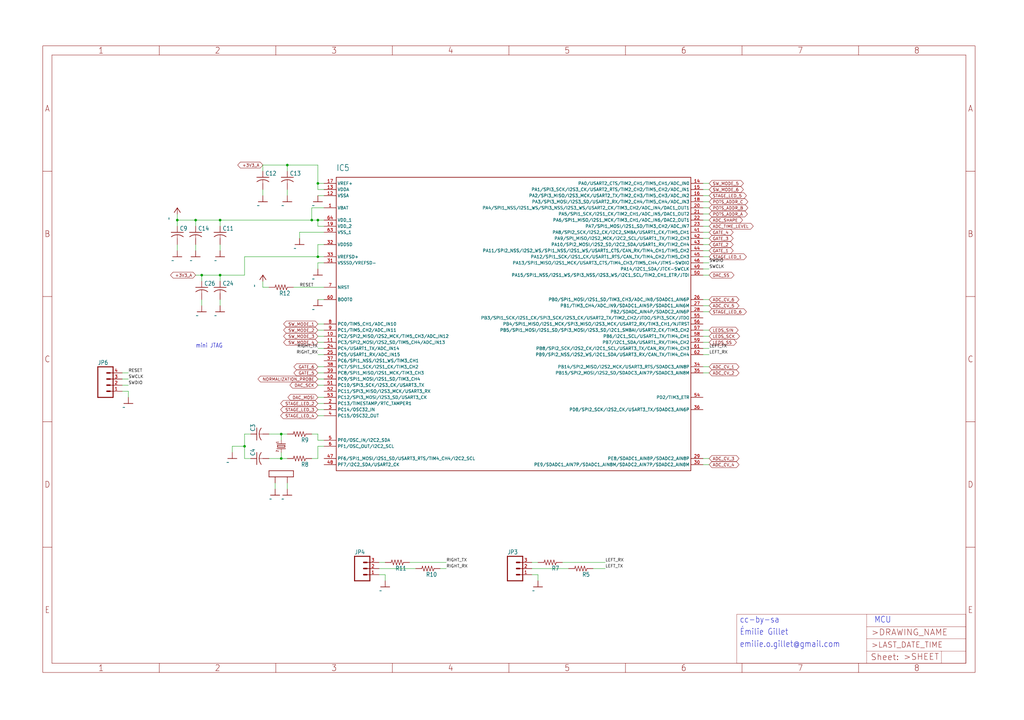
<source format=kicad_sch>
(kicad_sch (version 20211123) (generator eeschema)
  (paper "User" 425.45 299.161)
  (lib_symbols
    (symbol "stages_v70-eagle-import:+3V3" (power)
      (property "Value" "+3V3" (at -2.54 -5.08 90))
      (symbol "+3V3_1_0"
        (polyline (pts (xy 0 0) (xy -1.27 -1.905)) (stroke (width 0.254)))
        (polyline (pts (xy 1.27 -1.905) (xy 0 0)) (stroke (width 0.254)))
        (pin power_in line (at 0 -2.54 90) (length 2.54) (name "+3V3") (number "1"))
      )
    )
    (symbol "stages_v70-eagle-import:A3L-LOC"
      (symbol "A3L-LOC_0_0"
        (polyline (pts (xy 0 52.07) (xy 3.81 52.07)))
        (polyline (pts (xy 0 104.14) (xy 3.81 104.14)))
        (polyline (pts (xy 0 156.21) (xy 3.81 156.21)))
        (polyline (pts (xy 0 208.28) (xy 3.81 208.28)))
        (polyline (pts (xy 3.81 3.81) (xy 3.81 256.54)))
        (polyline (pts (xy 48.4188 0) (xy 48.4188 3.81)))
        (polyline (pts (xy 48.4188 256.54) (xy 48.4188 260.35)))
        (polyline (pts (xy 96.8375 0) (xy 96.8375 3.81)))
        (polyline (pts (xy 96.8375 256.54) (xy 96.8375 260.35)))
        (polyline (pts (xy 145.2563 0) (xy 145.2563 3.81)))
        (polyline (pts (xy 145.2563 256.54) (xy 145.2563 260.35)))
        (polyline (pts (xy 193.675 0) (xy 193.675 3.81)))
        (polyline (pts (xy 193.675 256.54) (xy 193.675 260.35)))
        (polyline (pts (xy 242.0938 0) (xy 242.0938 3.81)))
        (polyline (pts (xy 242.0938 256.54) (xy 242.0938 260.35)))
        (polyline (pts (xy 290.5125 0) (xy 290.5125 3.81)))
        (polyline (pts (xy 290.5125 256.54) (xy 290.5125 260.35)))
        (polyline (pts (xy 338.9313 0) (xy 338.9313 3.81)))
        (polyline (pts (xy 338.9313 256.54) (xy 338.9313 260.35)))
        (polyline (pts (xy 383.54 3.81) (xy 3.81 3.81)))
        (polyline (pts (xy 383.54 3.81) (xy 383.54 256.54)))
        (polyline (pts (xy 383.54 52.07) (xy 387.35 52.07)))
        (polyline (pts (xy 383.54 104.14) (xy 387.35 104.14)))
        (polyline (pts (xy 383.54 156.21) (xy 387.35 156.21)))
        (polyline (pts (xy 383.54 208.28) (xy 387.35 208.28)))
        (polyline (pts (xy 383.54 256.54) (xy 3.81 256.54)))
        (polyline (pts (xy 0 0) (xy 387.35 0) (xy 387.35 260.35) (xy 0 260.35) (xy 0 0)))
        (text "1" (at 24.2094 1.905 0) (effects (font (size 2.54 2.286))))
        (text "1" (at 24.2094 258.445 0) (effects (font (size 2.54 2.286))))
        (text "2" (at 72.6281 1.905 0) (effects (font (size 2.54 2.286))))
        (text "2" (at 72.6281 258.445 0) (effects (font (size 2.54 2.286))))
        (text "3" (at 121.0469 1.905 0) (effects (font (size 2.54 2.286))))
        (text "3" (at 121.0469 258.445 0) (effects (font (size 2.54 2.286))))
        (text "4" (at 169.4656 1.905 0) (effects (font (size 2.54 2.286))))
        (text "4" (at 169.4656 258.445 0) (effects (font (size 2.54 2.286))))
        (text "5" (at 217.8844 1.905 0) (effects (font (size 2.54 2.286))))
        (text "5" (at 217.8844 258.445 0) (effects (font (size 2.54 2.286))))
        (text "6" (at 266.3031 1.905 0) (effects (font (size 2.54 2.286))))
        (text "6" (at 266.3031 258.445 0) (effects (font (size 2.54 2.286))))
        (text "7" (at 314.7219 1.905 0) (effects (font (size 2.54 2.286))))
        (text "7" (at 314.7219 258.445 0) (effects (font (size 2.54 2.286))))
        (text "8" (at 363.1406 1.905 0) (effects (font (size 2.54 2.286))))
        (text "8" (at 363.1406 258.445 0) (effects (font (size 2.54 2.286))))
        (text "A" (at 1.905 234.315 0) (effects (font (size 2.54 2.286))))
        (text "A" (at 385.445 234.315 0) (effects (font (size 2.54 2.286))))
        (text "B" (at 1.905 182.245 0) (effects (font (size 2.54 2.286))))
        (text "B" (at 385.445 182.245 0) (effects (font (size 2.54 2.286))))
        (text "C" (at 1.905 130.175 0) (effects (font (size 2.54 2.286))))
        (text "C" (at 385.445 130.175 0) (effects (font (size 2.54 2.286))))
        (text "D" (at 1.905 78.105 0) (effects (font (size 2.54 2.286))))
        (text "D" (at 385.445 78.105 0) (effects (font (size 2.54 2.286))))
        (text "E" (at 1.905 26.035 0) (effects (font (size 2.54 2.286))))
        (text "E" (at 385.445 26.035 0) (effects (font (size 2.54 2.286))))
      )
      (symbol "A3L-LOC_1_0"
        (polyline (pts (xy 288.29 3.81) (xy 288.29 24.13)) (stroke (width 0.1016)))
        (polyline (pts (xy 288.29 3.81) (xy 342.265 3.81)) (stroke (width 0.1016)))
        (polyline (pts (xy 288.29 24.13) (xy 342.265 24.13)) (stroke (width 0.1016)))
        (polyline (pts (xy 342.265 3.81) (xy 373.38 3.81)) (stroke (width 0.1016)))
        (polyline (pts (xy 342.265 8.89) (xy 342.265 3.81)) (stroke (width 0.1016)))
        (polyline (pts (xy 342.265 8.89) (xy 342.265 13.97)) (stroke (width 0.1016)))
        (polyline (pts (xy 342.265 13.97) (xy 342.265 19.05)) (stroke (width 0.1016)))
        (polyline (pts (xy 342.265 13.97) (xy 383.54 13.97)) (stroke (width 0.1016)))
        (polyline (pts (xy 342.265 19.05) (xy 342.265 24.13)) (stroke (width 0.1016)))
        (polyline (pts (xy 342.265 19.05) (xy 383.54 19.05)) (stroke (width 0.1016)))
        (polyline (pts (xy 342.265 24.13) (xy 383.54 24.13)) (stroke (width 0.1016)))
        (polyline (pts (xy 373.38 3.81) (xy 373.38 8.89)) (stroke (width 0.1016)))
        (polyline (pts (xy 373.38 3.81) (xy 383.54 3.81)) (stroke (width 0.1016)))
        (polyline (pts (xy 373.38 8.89) (xy 342.265 8.89)) (stroke (width 0.1016)))
        (polyline (pts (xy 373.38 8.89) (xy 383.54 8.89)) (stroke (width 0.1016)))
        (polyline (pts (xy 383.54 3.81) (xy 383.54 8.89)) (stroke (width 0.1016)))
        (polyline (pts (xy 383.54 8.89) (xy 383.54 13.97)) (stroke (width 0.1016)))
        (polyline (pts (xy 383.54 13.97) (xy 383.54 19.05)) (stroke (width 0.1016)))
        (polyline (pts (xy 383.54 19.05) (xy 383.54 24.13)) (stroke (width 0.1016)))
        (text ">DRAWING_NAME" (at 344.17 15.24 0) (effects (font (size 2.54 2.54)) (justify left bottom)))
        (text ">LAST_DATE_TIME" (at 344.17 10.16 0) (effects (font (size 2.286 2.286)) (justify left bottom)))
        (text ">SHEET" (at 357.505 5.08 0) (effects (font (size 2.54 2.54)) (justify left bottom)))
        (text "Sheet:" (at 343.916 4.953 0) (effects (font (size 2.54 2.54)) (justify left bottom)))
      )
    )
    (symbol "stages_v70-eagle-import:C-USC0402"
      (property "Reference" "C" (at 1.016 0.635 0))
      (property "Value" "C-USC0402" (at 1.016 -4.191 0))
      (symbol "C-USC0402_1_0"
        (arc (start 0 -1.0161) (mid -1.302 -1.2303) (end -2.4668 -1.8504) (stroke (width 0.254)))
        (polyline (pts (xy -2.54 0) (xy 2.54 0)) (stroke (width 0.254)))
        (polyline (pts (xy 0 -1.016) (xy 0 -2.54)) (stroke (width 0.1524)))
        (arc (start 2.4892 -1.8542) (mid 1.3158 -1.2195) (end 0 -1) (stroke (width 0.254)))
        (pin passive line (at 0 2.54 270) (length 2.54) (name "1") (number "1"))
        (pin passive line (at 0 -5.08 90) (length 2.54) (name "2") (number "2"))
      )
    )
    (symbol "stages_v70-eagle-import:C-USC1206"
      (property "Reference" "C" (at 1.016 0.635 0))
      (property "Value" "C-USC1206" (at 1.016 -4.191 0))
      (symbol "C-USC1206_1_0"
        (arc (start 0 -1.0161) (mid -1.302 -1.2303) (end -2.4668 -1.8504) (stroke (width 0.254)))
        (polyline (pts (xy -2.54 0) (xy 2.54 0)) (stroke (width 0.254)))
        (polyline (pts (xy 0 -1.016) (xy 0 -2.54)) (stroke (width 0.1524)))
        (arc (start 2.4892 -1.8542) (mid 1.3158 -1.2195) (end 0 -1) (stroke (width 0.254)))
        (pin passive line (at 0 2.54 270) (length 2.54) (name "1") (number "1"))
        (pin passive line (at 0 -5.08 90) (length 2.54) (name "2") (number "2"))
      )
    )
    (symbol "stages_v70-eagle-import:CRYSTAL"
      (symbol "CRYSTAL_1_0"
        (polyline (pts (xy -2.54 0) (xy -1.016 0)) (stroke (width 0.1524)))
        (polyline (pts (xy -1.016 1.778) (xy -1.016 -1.778)) (stroke (width 0.254)))
        (polyline (pts (xy -0.381 -1.524) (xy 0.381 -1.524)) (stroke (width 0.254)))
        (polyline (pts (xy -0.381 1.524) (xy -0.381 -1.524)) (stroke (width 0.254)))
        (polyline (pts (xy 0.381 -1.524) (xy 0.381 1.524)) (stroke (width 0.254)))
        (polyline (pts (xy 0.381 1.524) (xy -0.381 1.524)) (stroke (width 0.254)))
        (polyline (pts (xy 1.016 0) (xy 2.54 0)) (stroke (width 0.1524)))
        (polyline (pts (xy 1.016 1.778) (xy 1.016 -1.778)) (stroke (width 0.254)))
        (text "1" (at -2.159 -1.143 0) (effects (font (size 0.8636 0.734)) (justify left bottom)))
        (text "2" (at 1.524 -1.143 0) (effects (font (size 0.8636 0.734)) (justify left bottom)))
        (pin passive line (at -2.54 0 0) (length 0) (name "1") (number "1"))
        (pin passive line (at 2.54 0 180) (length 0) (name "2") (number "3"))
      )
      (symbol "CRYSTAL_2_0"
        (polyline (pts (xy -2.54 0) (xy 7.62 0)) (stroke (width 0.254)))
        (polyline (pts (xy -2.54 2.54) (xy -2.54 0)) (stroke (width 0.254)))
        (polyline (pts (xy 7.62 0) (xy 7.62 2.54)) (stroke (width 0.254)))
        (polyline (pts (xy 7.62 2.54) (xy -2.54 2.54)) (stroke (width 0.254)))
        (pin power_in line (at 0 -2.54 90) (length 2.54) (name "LID1") (number "2"))
        (pin power_in line (at 5.08 -2.54 90) (length 2.54) (name "LID2") (number "4"))
      )
    )
    (symbol "stages_v70-eagle-import:GND" (power)
      (property "Value" "GND" (at -2.54 -2.54 0))
      (symbol "GND_1_0"
        (polyline (pts (xy -1.905 0) (xy 1.905 0)) (stroke (width 0.254)))
        (pin power_in line (at 0 2.54 270) (length 2.54) (name "GND") (number "1"))
      )
    )
    (symbol "stages_v70-eagle-import:M03PTH"
      (property "Reference" "JP" (at -2.54 5.842 0))
      (property "Value" "M03PTH" (at -2.54 -7.62 0))
      (symbol "M03PTH_1_0"
        (polyline (pts (xy -2.54 5.08) (xy -2.54 -5.08)) (stroke (width 0.4064)))
        (polyline (pts (xy -2.54 5.08) (xy 3.81 5.08)) (stroke (width 0.4064)))
        (polyline (pts (xy 1.27 -2.54) (xy 2.54 -2.54)) (stroke (width 0.6096)))
        (polyline (pts (xy 1.27 0) (xy 2.54 0)) (stroke (width 0.6096)))
        (polyline (pts (xy 1.27 2.54) (xy 2.54 2.54)) (stroke (width 0.6096)))
        (polyline (pts (xy 3.81 -5.08) (xy -2.54 -5.08)) (stroke (width 0.4064)))
        (polyline (pts (xy 3.81 -5.08) (xy 3.81 5.08)) (stroke (width 0.4064)))
        (pin passive line (at 7.62 -2.54 180) (length 5.08) (name "1") (number "1"))
        (pin passive line (at 7.62 0 180) (length 5.08) (name "2") (number "2"))
        (pin passive line (at 7.62 2.54 180) (length 5.08) (name "3") (number "3"))
      )
    )
    (symbol "stages_v70-eagle-import:M04PTH"
      (property "Reference" "JP" (at -5.08 8.382 0))
      (property "Value" "M04PTH" (at -5.08 -7.62 0))
      (symbol "M04PTH_1_0"
        (polyline (pts (xy -5.08 7.62) (xy -5.08 -5.08)) (stroke (width 0.4064)))
        (polyline (pts (xy -5.08 7.62) (xy 1.27 7.62)) (stroke (width 0.4064)))
        (polyline (pts (xy -1.27 -2.54) (xy 0 -2.54)) (stroke (width 0.6096)))
        (polyline (pts (xy -1.27 0) (xy 0 0)) (stroke (width 0.6096)))
        (polyline (pts (xy -1.27 2.54) (xy 0 2.54)) (stroke (width 0.6096)))
        (polyline (pts (xy -1.27 5.08) (xy 0 5.08)) (stroke (width 0.6096)))
        (polyline (pts (xy 1.27 -5.08) (xy -5.08 -5.08)) (stroke (width 0.4064)))
        (polyline (pts (xy 1.27 -5.08) (xy 1.27 7.62)) (stroke (width 0.4064)))
        (pin passive line (at 5.08 -2.54 180) (length 5.08) (name "1") (number "1"))
        (pin passive line (at 5.08 0 180) (length 5.08) (name "2") (number "2"))
        (pin passive line (at 5.08 2.54 180) (length 5.08) (name "3") (number "3"))
        (pin passive line (at 5.08 5.08 180) (length 5.08) (name "4") (number "4"))
      )
    )
    (symbol "stages_v70-eagle-import:R-US_R0402"
      (property "Reference" "R" (at -3.81 1.4986 0))
      (property "Value" "R-US_R0402" (at -3.81 -3.302 0))
      (symbol "R-US_R0402_1_0"
        (polyline (pts (xy -2.54 0) (xy -2.159 1.016)) (stroke (width 0.2032)))
        (polyline (pts (xy -2.159 1.016) (xy -1.524 -1.016)) (stroke (width 0.2032)))
        (polyline (pts (xy -1.524 -1.016) (xy -0.889 1.016)) (stroke (width 0.2032)))
        (polyline (pts (xy -0.889 1.016) (xy -0.254 -1.016)) (stroke (width 0.2032)))
        (polyline (pts (xy -0.254 -1.016) (xy 0.381 1.016)) (stroke (width 0.2032)))
        (polyline (pts (xy 0.381 1.016) (xy 1.016 -1.016)) (stroke (width 0.2032)))
        (polyline (pts (xy 1.016 -1.016) (xy 1.651 1.016)) (stroke (width 0.2032)))
        (polyline (pts (xy 1.651 1.016) (xy 2.286 -1.016)) (stroke (width 0.2032)))
        (polyline (pts (xy 2.286 -1.016) (xy 2.54 0)) (stroke (width 0.2032)))
        (pin passive line (at -5.08 0 0) (length 2.54) (name "1") (number "1"))
        (pin passive line (at 5.08 0 180) (length 2.54) (name "2") (number "2"))
      )
    )
    (symbol "stages_v70-eagle-import:STM32F373R"
      (property "Reference" "IC" (at -73.66 63.5 0))
      (property "Value" "STM32F373R" (at -73.66 -66.04 0))
      (symbol "STM32F373R_1_0"
        (polyline (pts (xy -73.66 -60.96) (xy -73.66 60.96)) (stroke (width 0.254)))
        (polyline (pts (xy -73.66 60.96) (xy 73.66 60.96)) (stroke (width 0.254)))
        (polyline (pts (xy 73.66 -60.96) (xy -73.66 -60.96)) (stroke (width 0.254)))
        (polyline (pts (xy 73.66 60.96) (xy 73.66 -60.96)) (stroke (width 0.254)))
        (pin power_in line (at -78.74 48.26 0) (length 5.08) (name "VBAT") (number "1"))
        (pin bidirectional line (at -78.74 -5.08 0) (length 5.08) (name "PC2/SPI2_MISO/I2S2_MCK/TIM5_CH3/ADC_IN12") (number "10"))
        (pin bidirectional line (at -78.74 -7.62 0) (length 5.08) (name "PC3/SPI2_MOSI/I2S2_SD/TIM5_CH4/ADC_IN13") (number "11"))
        (pin power_in line (at -78.74 53.34 0) (length 5.08) (name "VSSA") (number "12"))
        (pin power_in line (at -78.74 55.88 0) (length 5.08) (name "VDDA") (number "13"))
        (pin bidirectional line (at 78.74 58.42 180) (length 5.08) (name "PA0/USART2_CTS/TIM2_CH1/TIM5_CH1/ADC_IN0") (number "14"))
        (pin bidirectional line (at 78.74 55.88 180) (length 5.08) (name "PA1/SPI3_SCK/I2S3_CK/USART2_RTS/TIM2_CH2/TIM5_CH2/ADC_IN1") (number "15"))
        (pin bidirectional line (at 78.74 53.34 180) (length 5.08) (name "PA2/SPI3_MISO/I2S3_MCK/USART2_TX/TIM2_CH3/TIM5_CH3/ADC_IN2") (number "16"))
        (pin power_in line (at -78.74 58.42 0) (length 5.08) (name "VREF+") (number "17"))
        (pin bidirectional line (at 78.74 50.8 180) (length 5.08) (name "PA3/SPI3_MOSI/I2S3_SD/USART2_RX/TIM2_CH4/TIM5_CH4/ADC_IN3") (number "18"))
        (pin power_in line (at -78.74 40.64 0) (length 5.08) (name "VDD_2") (number "19"))
        (pin bidirectional line (at -78.74 -33.02 0) (length 5.08) (name "PC13/TIMESTAMP/RTC_TAMPER1") (number "2"))
        (pin bidirectional line (at 78.74 48.26 180) (length 5.08) (name "PA4/SPI1_NSS/I2S1_WS/SPI3_NSS/I2S3_WS/USART2_CK/TIM3_CH2/ADC_IN4/DAC1_OUT1") (number "20"))
        (pin bidirectional line (at 78.74 45.72 180) (length 5.08) (name "PA5/SPI1_SCK/I2S1_CK/TIM2_CH1/ADC_IN5/DAC1_OUT2") (number "21"))
        (pin bidirectional line (at 78.74 43.18 180) (length 5.08) (name "PA6/SPI1_MISO/I2S1_MCK/TIM3_CH1/ADC_IN6/DAC2_OUT1") (number "22"))
        (pin bidirectional line (at 78.74 40.64 180) (length 5.08) (name "PA7/SPI1_MOSI/I2S1_SD/TIM3_CH2/ADC_IN7") (number "23"))
        (pin bidirectional line (at -78.74 -10.16 0) (length 5.08) (name "PC4/USART1_TX/ADC_IN14") (number "24"))
        (pin bidirectional line (at -78.74 -12.7 0) (length 5.08) (name "PC5/USART1_RX/ADC_IN15") (number "25"))
        (pin bidirectional line (at 78.74 10.16 180) (length 5.08) (name "PB0/SPI1_MOSI/I2S1_SD/TIM3_CH3/ADC_IN8/SDADC1_AIN6P") (number "26"))
        (pin bidirectional line (at 78.74 7.62 180) (length 5.08) (name "PB1/TIM3_CH4/ADC_IN9/SDADC1_AIN5P/SDADC1_AIN6M") (number "27"))
        (pin bidirectional line (at 78.74 5.08 180) (length 5.08) (name "PB2/SDADC_AIN4P/SDADC2_AIN6P") (number "28"))
        (pin bidirectional line (at 78.74 -55.88 180) (length 5.08) (name "PE8/SDADC1_AIN8P/SDADC2_AIN8P") (number "29"))
        (pin bidirectional line (at -78.74 -35.56 0) (length 5.08) (name "PC14/OSC32_IN") (number "3"))
        (pin bidirectional line (at 78.74 -58.42 180) (length 5.08) (name "PE9/SDADC1_AIN7P/SDADC1_AIN8M/SDADC2_AIN7P/SDADC2_AIN8M") (number "30"))
        (pin power_in line (at -78.74 25.4 0) (length 5.08) (name "VSSSD/VREFSD-") (number "31"))
        (pin power_in line (at -78.74 33.02 0) (length 5.08) (name "VDDSD") (number "32"))
        (pin power_in line (at -78.74 27.94 0) (length 5.08) (name "VREFSD+") (number "33"))
        (pin bidirectional line (at 78.74 -17.78 180) (length 5.08) (name "PB14/SPI2_MISO/I2S2_MCK/USART3_RTS/SDADC3_AIN8P") (number "34"))
        (pin bidirectional line (at 78.74 -20.32 180) (length 5.08) (name "PB15/SPI2_MOSI/I2S2_SD/SDADC3_AIN7P/SDADC3_AIN8M") (number "35"))
        (pin bidirectional line (at 78.74 -35.56 180) (length 5.08) (name "PD8/SPI2_SCK/I2S2_CK/USART3_TX/SDADC3_AIN6P") (number "36"))
        (pin bidirectional line (at -78.74 -15.24 0) (length 5.08) (name "PC6/SPI1_NSS/I2S1_WS/TIM3_CH1") (number "37"))
        (pin bidirectional line (at -78.74 -17.78 0) (length 5.08) (name "PC7/SPI1_SCK/I2S1_CK/TIM3_CH2") (number "38"))
        (pin bidirectional line (at -78.74 -20.32 0) (length 5.08) (name "PC8/SPI1_MISO/I2S1_MCK/TIM3_CH3") (number "39"))
        (pin bidirectional line (at -78.74 -38.1 0) (length 5.08) (name "PC15/OSC32_OUT") (number "4"))
        (pin bidirectional line (at -78.74 -22.86 0) (length 5.08) (name "PC9/SPI1_MOSI/I2S1_SD/TIM3_CH4") (number "40"))
        (pin bidirectional line (at 78.74 38.1 180) (length 5.08) (name "PA8/SPI2_SCK/I2S2_CK/I2C2_SMBA/USART1_CK/TIM5_CH1") (number "41"))
        (pin bidirectional line (at 78.74 35.56 180) (length 5.08) (name "PA9/SPI_MISO/I2S2_MCK/I2C2_SCL/USART1_TX/TIM2_CH3") (number "42"))
        (pin bidirectional line (at 78.74 33.02 180) (length 5.08) (name "PA10/SPI2_MOSI/I2S2_SD/I2C2_SDA/USART1_RX/TIM2_CH4") (number "43"))
        (pin bidirectional line (at 78.74 30.48 180) (length 5.08) (name "PA11/SPI2_NSS/I2S2_WS/SPI1_NSS/I2S1_WS/USART1_CTS/CAN_RX/TIM4_CH1/TIM5_CH2") (number "44"))
        (pin bidirectional line (at 78.74 27.94 180) (length 5.08) (name "PA12/SPI1_SCK/I2S1_CK/USART1_RTS/CAN_TX/TIM4_CH2/TIM5_CH3") (number "45"))
        (pin bidirectional line (at 78.74 25.4 180) (length 5.08) (name "PA13/SPI1_MISO/I2S1_MCK/USART3_CTS/TIM4_CH3/TIM5_CH4/JTMS-SWDIO") (number "46"))
        (pin bidirectional line (at -78.74 -55.88 0) (length 5.08) (name "PF6/SPI1_MOSI/I2S1_SD/USART3_RTS/TIM4_CH4/I2C2_SCL") (number "47"))
        (pin bidirectional line (at -78.74 -58.42 0) (length 5.08) (name "PF7/I2C2_SDA/USART2_CK") (number "48"))
        (pin bidirectional line (at 78.74 22.86 180) (length 5.08) (name "PA14/I2C1_SDA/JTCK-SWCLK") (number "49"))
        (pin bidirectional line (at -78.74 -48.26 0) (length 5.08) (name "PF0/OSC_IN/I2C2_SDA") (number "5"))
        (pin bidirectional line (at 78.74 20.32 180) (length 5.08) (name "PA15/SPI1_NSS/I2S1_WS/SPI3_NSS/I2S3_WS/I2C1_SCL/TIM2_CH1_ETR/JTDI") (number "50"))
        (pin bidirectional line (at -78.74 -25.4 0) (length 5.08) (name "PC10/SPI3_SCK/I2S3_CK/USART3_TX") (number "51"))
        (pin bidirectional line (at -78.74 -27.94 0) (length 5.08) (name "PC11/SPI3_MISO/I2S3_MCK/USART3_RX") (number "52"))
        (pin bidirectional line (at -78.74 -30.48 0) (length 5.08) (name "PC12/SPI3_MOSI/I2S3_SD/USART3_CK") (number "53"))
        (pin bidirectional line (at 78.74 -30.48 180) (length 5.08) (name "PD2/TIM3_ETR") (number "54"))
        (pin bidirectional line (at 78.74 2.54 180) (length 5.08) (name "PB3/SPI1_SCK/I2S1_CK/SPI3_SCK/I2S3_CK/USART2_TX/TIM2_CH2/JTDO/SPI3_SCK/JTDO") (number "55"))
        (pin bidirectional line (at 78.74 0 180) (length 5.08) (name "PB4/SPI1_MISO/I2S1_MCK/SPI3_MISO/I2S3_MCK/USART2_RX/TIM3_CH1/NJTRST") (number "56"))
        (pin bidirectional line (at 78.74 -2.54 180) (length 5.08) (name "PB5/SPI1_MOSI/I2S1_SD/SPI3_MOSI/I2S3_SD/I2C1_SMBAI/USART2_CK/TIM3_CH2") (number "57"))
        (pin bidirectional line (at 78.74 -5.08 180) (length 5.08) (name "PB6/I2C1_SCL/USART1_TX/TIM4_CH1") (number "58"))
        (pin bidirectional line (at 78.74 -7.62 180) (length 5.08) (name "PB7/I2C1_SDA/USART1_RX/TIM4_CH2") (number "59"))
        (pin bidirectional line (at -78.74 -50.8 0) (length 5.08) (name "PF1/OSC_OUT/I2C2_SCL") (number "6"))
        (pin bidirectional line (at -78.74 10.16 0) (length 5.08) (name "BOOT0") (number "60"))
        (pin bidirectional line (at 78.74 -10.16 180) (length 5.08) (name "PB8/SPI2_SCK/I2S2_CK/I2C1_SCL/USART3_TX/CAN_RX/TIM4_CH3") (number "61"))
        (pin bidirectional line (at 78.74 -12.7 180) (length 5.08) (name "PB9/SPI2_NSS/I2S2_WS/I2C1_SDA/USART3_RX/CAN_TX/TIM4_CH4") (number "62"))
        (pin power_in line (at -78.74 38.1 0) (length 5.08) (name "VSS_1") (number "63"))
        (pin power_in line (at -78.74 43.18 0) (length 5.08) (name "VDD_1") (number "64"))
        (pin bidirectional line (at -78.74 15.24 0) (length 5.08) (name "NRST") (number "7"))
        (pin bidirectional line (at -78.74 0 0) (length 5.08) (name "PC0/TIM5_CH1/ADC_IN10") (number "8"))
        (pin bidirectional line (at -78.74 -2.54 0) (length 5.08) (name "PC1/TIM5_CH2/ADC_IN11") (number "9"))
      )
    )
  )
  (junction (at 73.66 91.44))
  (junction (at 132.08 76.2))
  (junction (at 119.38 68.58))
  (junction (at 101.6 185.42))
  (junction (at 129.54 91.44))
  (junction (at 91.44 114.3))
  (junction (at 83.82 114.3))
  (junction (at 132.08 106.68))
  (junction (at 132.08 91.44))
  (junction (at 116.84 180.34))
  (junction (at 116.84 190.5))
  (junction (at 81.28 91.44))
  (junction (at 91.44 91.44))
  (wire (pts (xy 134.62 139.7) (xy 132.08 139.7)))
  (wire (pts (xy 134.62 137.16) (xy 132.08 137.16)))
  (wire (pts (xy 81.28 91.44) (xy 91.44 91.44)))
  (wire (pts (xy 292.1 114.3) (xy 294.64 114.3)))
  (wire (pts (xy 134.62 157.48) (xy 132.08 157.48)))
  (wire (pts (xy 129.54 86.36) (xy 129.54 91.44)))
  (wire (pts (xy 223.52 238.76) (xy 220.98 238.76)))
  (wire (pts (xy 292.1 76.2) (xy 294.64 76.2)))
  (wire (pts (xy 292.1 88.9) (xy 294.64 88.9)))
  (wire (pts (xy 73.66 91.44) (xy 73.66 93.98)))
  (wire (pts (xy 292.1 124.46) (xy 294.64 124.46)))
  (wire (pts (xy 91.44 114.3) (xy 101.6 114.3)))
  (wire (pts (xy 134.62 96.52) (xy 124.46 96.52)))
  (wire (pts (xy 129.54 190.5) (xy 132.08 190.5)))
  (wire (pts (xy 132.08 101.6) (xy 132.08 106.68)))
  (wire (pts (xy 109.22 71.12) (xy 109.22 68.58)))
  (wire (pts (xy 91.44 116.84) (xy 91.44 114.3)))
  (wire (pts (xy 182.88 236.22) (xy 185.42 236.22)))
  (wire (pts (xy 134.62 160.02) (xy 132.08 160.02)))
  (wire (pts (xy 50.8 154.94) (xy 53.34 154.94)))
  (wire (pts (xy 101.6 114.3) (xy 101.6 106.68)))
  (wire (pts (xy 170.18 233.68) (xy 185.42 233.68)))
  (wire (pts (xy 91.44 114.3) (xy 83.82 114.3)))
  (wire (pts (xy 73.66 104.14) (xy 73.66 101.6)))
  (wire (pts (xy 116.84 190.5) (xy 116.84 187.96)))
  (wire (pts (xy 160.02 238.76) (xy 157.48 238.76)))
  (wire (pts (xy 134.62 134.62) (xy 132.08 134.62)))
  (wire (pts (xy 134.62 124.46) (xy 132.08 124.46)))
  (wire (pts (xy 292.1 81.28) (xy 294.64 81.28)))
  (wire (pts (xy 73.66 91.44) (xy 73.66 88.9)))
  (wire (pts (xy 119.38 71.12) (xy 119.38 68.58)))
  (wire (pts (xy 132.08 182.88) (xy 134.62 182.88)))
  (wire (pts (xy 81.28 91.44) (xy 73.66 91.44)))
  (wire (pts (xy 292.1 78.74) (xy 294.64 78.74)))
  (wire (pts (xy 134.62 101.6) (xy 132.08 101.6)))
  (wire (pts (xy 292.1 83.82) (xy 294.64 83.82)))
  (wire (pts (xy 132.08 91.44) (xy 134.62 91.44)))
  (wire (pts (xy 134.62 93.98) (xy 132.08 93.98)))
  (wire (pts (xy 119.38 68.58) (xy 109.22 68.58)))
  (wire (pts (xy 292.1 144.78) (xy 294.64 144.78)))
  (wire (pts (xy 233.68 233.68) (xy 251.46 233.68)))
  (wire (pts (xy 292.1 142.24) (xy 294.64 142.24)))
  (wire (pts (xy 50.8 157.48) (xy 53.34 157.48)))
  (wire (pts (xy 134.62 165.1) (xy 132.08 165.1)))
  (wire (pts (xy 91.44 91.44) (xy 129.54 91.44)))
  (wire (pts (xy 96.52 185.42) (xy 96.52 187.96)))
  (wire (pts (xy 157.48 233.68) (xy 160.02 233.68)))
  (wire (pts (xy 101.6 190.5) (xy 104.14 190.5)))
  (wire (pts (xy 220.98 233.68) (xy 223.52 233.68)))
  (wire (pts (xy 292.1 129.54) (xy 294.64 129.54)))
  (wire (pts (xy 134.62 78.74) (xy 132.08 78.74)))
  (wire (pts (xy 91.44 93.98) (xy 91.44 91.44)))
  (wire (pts (xy 101.6 185.42) (xy 96.52 185.42)))
  (wire (pts (xy 104.14 180.34) (xy 101.6 180.34)))
  (wire (pts (xy 132.08 93.98) (xy 132.08 91.44)))
  (wire (pts (xy 134.62 167.64) (xy 132.08 167.64)))
  (wire (pts (xy 101.6 180.34) (xy 101.6 185.42)))
  (wire (pts (xy 91.44 124.46) (xy 91.44 127)))
  (wire (pts (xy 132.08 190.5) (xy 132.08 185.42)))
  (wire (pts (xy 50.8 160.02) (xy 53.34 160.02)))
  (wire (pts (xy 132.08 78.74) (xy 132.08 76.2)))
  (wire (pts (xy 101.6 106.68) (xy 132.08 106.68)))
  (wire (pts (xy 53.34 162.56) (xy 53.34 165.1)))
  (wire (pts (xy 119.38 78.74) (xy 119.38 81.28)))
  (wire (pts (xy 134.62 86.36) (xy 129.54 86.36)))
  (wire (pts (xy 246.38 236.22) (xy 251.46 236.22)))
  (wire (pts (xy 111.76 180.34) (xy 116.84 180.34)))
  (wire (pts (xy 132.08 106.68) (xy 134.62 106.68)))
  (wire (pts (xy 132.08 185.42) (xy 134.62 185.42)))
  (wire (pts (xy 81.28 93.98) (xy 81.28 91.44)))
  (wire (pts (xy 223.52 238.76) (xy 223.52 241.3)))
  (wire (pts (xy 101.6 185.42) (xy 101.6 190.5)))
  (wire (pts (xy 160.02 238.76) (xy 160.02 241.3)))
  (wire (pts (xy 134.62 142.24) (xy 132.08 142.24)))
  (wire (pts (xy 134.62 144.78) (xy 132.08 144.78)))
  (wire (pts (xy 292.1 152.4) (xy 294.64 152.4)))
  (wire (pts (xy 292.1 96.52) (xy 294.64 96.52)))
  (wire (pts (xy 119.38 180.34) (xy 116.84 180.34)))
  (wire (pts (xy 111.76 190.5) (xy 116.84 190.5)))
  (wire (pts (xy 292.1 86.36) (xy 294.64 86.36)))
  (wire (pts (xy 292.1 111.76) (xy 294.64 111.76)))
  (wire (pts (xy 129.54 91.44) (xy 132.08 91.44)))
  (wire (pts (xy 157.48 236.22) (xy 172.72 236.22)))
  (wire (pts (xy 292.1 127) (xy 294.64 127)))
  (wire (pts (xy 119.38 68.58) (xy 132.08 68.58)))
  (wire (pts (xy 134.62 147.32) (xy 132.08 147.32)))
  (wire (pts (xy 292.1 101.6) (xy 294.64 101.6)))
  (wire (pts (xy 121.92 119.38) (xy 134.62 119.38)))
  (wire (pts (xy 134.62 170.18) (xy 132.08 170.18)))
  (wire (pts (xy 132.08 109.22) (xy 132.08 111.76)))
  (wire (pts (xy 292.1 139.7) (xy 294.64 139.7)))
  (wire (pts (xy 111.76 119.38) (xy 109.22 119.38)))
  (wire (pts (xy 91.44 101.6) (xy 91.44 104.14)))
  (wire (pts (xy 134.62 76.2) (xy 132.08 76.2)))
  (wire (pts (xy 116.84 190.5) (xy 119.38 190.5)))
  (wire (pts (xy 81.28 101.6) (xy 81.28 104.14)))
  (wire (pts (xy 132.08 180.34) (xy 132.08 182.88)))
  (wire (pts (xy 292.1 106.68) (xy 294.64 106.68)))
  (wire (pts (xy 220.98 236.22) (xy 236.22 236.22)))
  (wire (pts (xy 292.1 93.98) (xy 294.64 93.98)))
  (wire (pts (xy 134.62 154.94) (xy 132.08 154.94)))
  (wire (pts (xy 292.1 104.14) (xy 294.64 104.14)))
  (wire (pts (xy 114.3 200.66) (xy 114.3 203.2)))
  (wire (pts (xy 109.22 119.38) (xy 109.22 116.84)))
  (wire (pts (xy 129.54 180.34) (xy 132.08 180.34)))
  (wire (pts (xy 292.1 154.94) (xy 294.64 154.94)))
  (wire (pts (xy 134.62 109.22) (xy 132.08 109.22)))
  (wire (pts (xy 116.84 180.34) (xy 116.84 182.88)))
  (wire (pts (xy 292.1 109.22) (xy 294.64 109.22)))
  (wire (pts (xy 134.62 81.28) (xy 132.08 81.28)))
  (wire (pts (xy 134.62 172.72) (xy 132.08 172.72)))
  (wire (pts (xy 50.8 162.56) (xy 53.34 162.56)))
  (wire (pts (xy 292.1 193.04) (xy 294.64 193.04)))
  (wire (pts (xy 134.62 152.4) (xy 132.08 152.4)))
  (wire (pts (xy 83.82 124.46) (xy 83.82 127)))
  (wire (pts (xy 83.82 114.3) (xy 81.28 114.3)))
  (wire (pts (xy 292.1 99.06) (xy 294.64 99.06)))
  (wire (pts (xy 119.38 200.66) (xy 119.38 203.2)))
  (wire (pts (xy 292.1 147.32) (xy 294.64 147.32)))
  (wire (pts (xy 292.1 137.16) (xy 294.64 137.16)))
  (wire (pts (xy 132.08 68.58) (xy 132.08 76.2)))
  (wire (pts (xy 83.82 116.84) (xy 83.82 114.3)))
  (wire (pts (xy 109.22 78.74) (xy 109.22 81.28)))
  (wire (pts (xy 292.1 190.5) (xy 294.64 190.5)))
  (wire (pts (xy 124.46 96.52) (xy 124.46 99.06)))
  (wire (pts (xy 292.1 91.44) (xy 294.64 91.44)))
  (text "cc-by-sa" (at 307.34 259.08 180) (effects (font (size 2.54 2.159)) (justify left bottom)))
  (text "MCU" (at 363.22 259.08 180) (effects (font (size 2.54 2.159)) (justify left bottom)))
  (text "mini JTAG" (at 81.28 144.78 180) (effects (font (size 1.778 1.5113)) (justify left bottom)))
  (text "emilie.o.gillet@gmail.com" (at 307.34 269.24 180) (effects (font (size 2.54 2.159)) (justify left bottom)))
  (text "Émilie Gillet" (at 307.34 264.16 180) (effects (font (size 2.54 2.159)) (justify left bottom)))
  (label "LEFT_RX" (at 294.64 147.32 0) (effects (font (size 1.2446 1.2446))))
  (label "SWDIO" (at 294.64 109.22 0) (effects (font (size 1.2446 1.2446))))
  (label "SWDIO" (at 53.34 160.02 0) (effects (font (size 1.2446 1.2446))))
  (label "LEFT_TX" (at 251.46 236.22 0) (effects (font (size 1.2446 1.2446))))
  (label "SWCLK" (at 53.34 157.48 0) (effects (font (size 1.2446 1.2446))))
  (label "SWCLK" (at 294.64 111.76 0) (effects (font (size 1.2446 1.2446))))
  (label "RIGHT_RX" (at 132.08 147.32 180) (effects (font (size 1.2446 1.2446))))
  (label "LEFT_RX" (at 251.46 233.68 0) (effects (font (size 1.2446 1.2446))))
  (label "RESET" (at 124.46 119.38 0) (effects (font (size 1.2446 1.2446))))
  (label "RIGHT_RX" (at 185.42 236.22 0) (effects (font (size 1.2446 1.2446))))
  (label "LEFT_TX" (at 294.64 144.78 0) (effects (font (size 1.2446 1.2446))))
  (label "RIGHT_TX" (at 132.08 144.78 180) (effects (font (size 1.2446 1.2446))))
  (label "RESET" (at 53.34 154.94 0) (effects (font (size 1.2446 1.2446))))
  (label "RIGHT_TX" (at 185.42 233.68 0) (effects (font (size 1.2446 1.2446))))
  (global_label "NORMALIZATION_PROBE" (shape bidirectional) (at 132.08 157.48 180) (effects (font (size 1.2446 1.2446))) (property "Intersheet References" "${INTERSHEET_REFS}" (effects hide)))
  (global_label "DAC_MOSI" (shape bidirectional) (at 132.08 165.1 180) (effects (font (size 1.2446 1.2446))) (property "Intersheet References" "${INTERSHEET_REFS}" (effects hide)))
  (global_label "STAGE_LED_5" (shape bidirectional) (at 294.64 81.28 0) (effects (font (size 1.2446 1.2446))) (property "Intersheet References" "${INTERSHEET_REFS}" (effects hide)))
  (global_label "GATE_4" (shape bidirectional) (at 294.64 96.52 0) (effects (font (size 1.2446 1.2446))) (property "Intersheet References" "${INTERSHEET_REFS}" (effects hide)))
  (global_label "STAGE_LED_6" (shape bidirectional) (at 294.64 129.54 0) (effects (font (size 1.2446 1.2446))) (property "Intersheet References" "${INTERSHEET_REFS}" (effects hide)))
  (global_label "POTS_ADDR_A" (shape bidirectional) (at 294.64 88.9 0) (effects (font (size 1.2446 1.2446))) (property "Intersheet References" "${INTERSHEET_REFS}" (effects hide)))
  (global_label "SW_MODE_1" (shape bidirectional) (at 132.08 134.62 180) (effects (font (size 1.2446 1.2446))) (property "Intersheet References" "${INTERSHEET_REFS}" (effects hide)))
  (global_label "STAGE_LED_4" (shape bidirectional) (at 132.08 172.72 180) (effects (font (size 1.2446 1.2446))) (property "Intersheet References" "${INTERSHEET_REFS}" (effects hide)))
  (global_label "STAGE_LED_2" (shape bidirectional) (at 132.08 167.64 180) (effects (font (size 1.2446 1.2446))) (property "Intersheet References" "${INTERSHEET_REFS}" (effects hide)))
  (global_label "+3V3_A" (shape bidirectional) (at 81.28 114.3 180) (effects (font (size 1.2446 1.2446))) (property "Intersheet References" "${INTERSHEET_REFS}" (effects hide)))
  (global_label "ADC_CV_1" (shape bidirectional) (at 294.64 152.4 0) (effects (font (size 1.2446 1.2446))) (property "Intersheet References" "${INTERSHEET_REFS}" (effects hide)))
  (global_label "GATE_5" (shape bidirectional) (at 132.08 154.94 180) (effects (font (size 1.2446 1.2446))) (property "Intersheet References" "${INTERSHEET_REFS}" (effects hide)))
  (global_label "DAC_SS" (shape bidirectional) (at 294.64 114.3 0) (effects (font (size 1.2446 1.2446))) (property "Intersheet References" "${INTERSHEET_REFS}" (effects hide)))
  (global_label "POTS_ADDR_B" (shape bidirectional) (at 294.64 86.36 0) (effects (font (size 1.2446 1.2446))) (property "Intersheet References" "${INTERSHEET_REFS}" (effects hide)))
  (global_label "LEDS_SCK" (shape bidirectional) (at 294.64 139.7 0) (effects (font (size 1.2446 1.2446))) (property "Intersheet References" "${INTERSHEET_REFS}" (effects hide)))
  (global_label "ADC_CV_5" (shape bidirectional) (at 294.64 127 0) (effects (font (size 1.2446 1.2446))) (property "Intersheet References" "${INTERSHEET_REFS}" (effects hide)))
  (global_label "SW_MODE_2" (shape bidirectional) (at 132.08 137.16 180) (effects (font (size 1.2446 1.2446))) (property "Intersheet References" "${INTERSHEET_REFS}" (effects hide)))
  (global_label "STAGE_LED_3" (shape bidirectional) (at 132.08 170.18 180) (effects (font (size 1.2446 1.2446))) (property "Intersheet References" "${INTERSHEET_REFS}" (effects hide)))
  (global_label "ADC_TIME_LEVEL" (shape bidirectional) (at 294.64 93.98 0) (effects (font (size 1.2446 1.2446))) (property "Intersheet References" "${INTERSHEET_REFS}" (effects hide)))
  (global_label "GATE_1" (shape bidirectional) (at 294.64 104.14 0) (effects (font (size 1.2446 1.2446))) (property "Intersheet References" "${INTERSHEET_REFS}" (effects hide)))
  (global_label "POTS_ADDR_C" (shape bidirectional) (at 294.64 83.82 0) (effects (font (size 1.2446 1.2446))) (property "Intersheet References" "${INTERSHEET_REFS}" (effects hide)))
  (global_label "SW_MODE_4" (shape bidirectional) (at 132.08 142.24 180) (effects (font (size 1.2446 1.2446))) (property "Intersheet References" "${INTERSHEET_REFS}" (effects hide)))
  (global_label "LEDS_SIN" (shape bidirectional) (at 294.64 137.16 0) (effects (font (size 1.2446 1.2446))) (property "Intersheet References" "${INTERSHEET_REFS}" (effects hide)))
  (global_label "GATE_3" (shape bidirectional) (at 294.64 99.06 0) (effects (font (size 1.2446 1.2446))) (property "Intersheet References" "${INTERSHEET_REFS}" (effects hide)))
  (global_label "STAGE_LED_1" (shape bidirectional) (at 294.64 106.68 0) (effects (font (size 1.2446 1.2446))) (property "Intersheet References" "${INTERSHEET_REFS}" (effects hide)))
  (global_label "SW_MODE_3" (shape bidirectional) (at 132.08 139.7 180) (effects (font (size 1.2446 1.2446))) (property "Intersheet References" "${INTERSHEET_REFS}" (effects hide)))
  (global_label "ADC_SHAPE" (shape bidirectional) (at 294.64 91.44 0) (effects (font (size 1.2446 1.2446))) (property "Intersheet References" "${INTERSHEET_REFS}" (effects hide)))
  (global_label "ADC_CV_4" (shape bidirectional) (at 294.64 193.04 0) (effects (font (size 1.2446 1.2446))) (property "Intersheet References" "${INTERSHEET_REFS}" (effects hide)))
  (global_label "GATE_6" (shape bidirectional) (at 132.08 152.4 180) (effects (font (size 1.2446 1.2446))) (property "Intersheet References" "${INTERSHEET_REFS}" (effects hide)))
  (global_label "+3V3_A" (shape bidirectional) (at 109.22 68.58 180) (effects (font (size 1.2446 1.2446))) (property "Intersheet References" "${INTERSHEET_REFS}" (effects hide)))
  (global_label "SW_MODE_5" (shape bidirectional) (at 294.64 76.2 0) (effects (font (size 1.2446 1.2446))) (property "Intersheet References" "${INTERSHEET_REFS}" (effects hide)))
  (global_label "LEDS_SS" (shape bidirectional) (at 294.64 142.24 0) (effects (font (size 1.2446 1.2446))) (property "Intersheet References" "${INTERSHEET_REFS}" (effects hide)))
  (global_label "SW_MODE_6" (shape bidirectional) (at 294.64 78.74 0) (effects (font (size 1.2446 1.2446))) (property "Intersheet References" "${INTERSHEET_REFS}" (effects hide)))
  (global_label "GATE_2" (shape bidirectional) (at 294.64 101.6 0) (effects (font (size 1.2446 1.2446))) (property "Intersheet References" "${INTERSHEET_REFS}" (effects hide)))
  (global_label "DAC_SCK" (shape bidirectional) (at 132.08 160.02 180) (effects (font (size 1.2446 1.2446))) (property "Intersheet References" "${INTERSHEET_REFS}" (effects hide)))
  (global_label "ADC_CV_6" (shape bidirectional) (at 294.64 124.46 0) (effects (font (size 1.2446 1.2446))) (property "Intersheet References" "${INTERSHEET_REFS}" (effects hide)))
  (global_label "ADC_CV_3" (shape bidirectional) (at 294.64 190.5 0) (effects (font (size 1.2446 1.2446))) (property "Intersheet References" "${INTERSHEET_REFS}" (effects hide)))
  (global_label "ADC_CV_2" (shape bidirectional) (at 294.64 154.94 0) (effects (font (size 1.2446 1.2446))) (property "Intersheet References" "${INTERSHEET_REFS}" (effects hide)))
  (symbol (lib_id "stages_v70-eagle-import:C-USC0402") (at 83.82 119.38 0) (unit 1)
    (property "Reference" "C26" (at 84.836 118.745 0) (effects (font (size 1.778 1.5113)) (justify left bottom)))
  )
  (symbol (lib_id "stages_v70-eagle-import:C-USC0402") (at 109.22 73.66 0) (unit 1)
    (property "Reference" "C12" (at 110.236 73.025 0) (effects (font (size 1.778 1.5113)) (justify left bottom)))
  )
  (symbol (lib_id "stages_v70-eagle-import:C-USC0402") (at 106.68 190.5 90) (unit 1)
    (property "Reference" "C4" (at 106.045 189.484 0) (effects (font (size 1.778 1.5113)) (justify left bottom)))
  )
  (symbol (lib_id "stages_v70-eagle-import:M03PTH") (at 213.36 236.22 0) (unit 1)
    (property "Reference" "JP3" (at 210.82 230.378 0) (effects (font (size 1.778 1.5113)) (justify left bottom)))
  )
  (symbol (lib_id "stages_v70-eagle-import:+3V3") (at 109.22 114.3 0) (unit 1)
    (property "Reference" "#+3V4" (effects hide))
  )
  (symbol (lib_id "stages_v70-eagle-import:C-USC1206") (at 73.66 96.52 0) (unit 1)
    (property "Reference" "C9" (at 74.676 95.885 0) (effects (font (size 1.778 1.5113)) (justify left bottom)))
  )
  (symbol (lib_id "stages_v70-eagle-import:GND") (at 119.38 205.74 0) (unit 1)
    (property "Reference" "#GND112" (effects hide))
  )
  (symbol (lib_id "stages_v70-eagle-import:GND") (at 91.44 129.54 0) (unit 1)
    (property "Reference" "#GND99" (effects hide))
  )
  (symbol (lib_id "stages_v70-eagle-import:GND") (at 53.34 167.64 0) (unit 1)
    (property "Reference" "#GND111" (effects hide))
  )
  (symbol (lib_id "stages_v70-eagle-import:R-US_R0402") (at 165.1 233.68 180) (unit 1)
    (property "Reference" "R11" (at 168.91 235.1786 0) (effects (font (size 1.778 1.5113)) (justify left bottom)))
  )
  (symbol (lib_id "stages_v70-eagle-import:GND") (at 96.52 190.5 0) (unit 1)
    (property "Reference" "#GND56" (effects hide))
  )
  (symbol (lib_id "stages_v70-eagle-import:R-US_R0402") (at 241.3 236.22 180) (unit 1)
    (property "Reference" "R5" (at 245.11 237.7186 0) (effects (font (size 1.778 1.5113)) (justify left bottom)))
  )
  (symbol (lib_id "stages_v70-eagle-import:GND") (at 73.66 106.68 0) (unit 1)
    (property "Reference" "#GND93" (effects hide))
  )
  (symbol (lib_id "stages_v70-eagle-import:M03PTH") (at 149.86 236.22 0) (unit 1)
    (property "Reference" "JP4" (at 147.32 230.378 0) (effects (font (size 1.778 1.5113)) (justify left bottom)))
  )
  (symbol (lib_id "stages_v70-eagle-import:GND") (at 132.08 127 0) (unit 1)
    (property "Reference" "#GND8" (effects hide))
  )
  (symbol (lib_id "stages_v70-eagle-import:GND") (at 81.28 106.68 0) (unit 1)
    (property "Reference" "#GND92" (effects hide))
  )
  (symbol (lib_id "stages_v70-eagle-import:A3L-LOC") (at 17.78 279.4 0) (unit 1)
    (property "Reference" "#FRAME2" (effects hide))
  )
  (symbol (lib_id "stages_v70-eagle-import:+3V3") (at 73.66 86.36 0) (unit 1)
    (property "Reference" "#+3V13" (effects hide))
  )
  (symbol (lib_id "stages_v70-eagle-import:GND") (at 132.08 114.3 0) (unit 1)
    (property "Reference" "#GND5" (effects hide))
  )
  (symbol (lib_id "stages_v70-eagle-import:C-USC0402") (at 81.28 96.52 0) (unit 1)
    (property "Reference" "C14" (at 82.296 95.885 0) (effects (font (size 1.778 1.5113)) (justify left bottom)))
  )
  (symbol (lib_id "stages_v70-eagle-import:C-USC0402") (at 91.44 96.52 0) (unit 1)
    (property "Reference" "C11" (at 92.456 95.885 0) (effects (font (size 1.778 1.5113)) (justify left bottom)))
  )
  (symbol (lib_id "stages_v70-eagle-import:GND") (at 119.38 83.82 0) (unit 1)
    (property "Reference" "#GND96" (effects hide))
  )
  (symbol (lib_id "stages_v70-eagle-import:R-US_R0402") (at 116.84 119.38 180) (unit 1)
    (property "Reference" "R12" (at 120.65 120.8786 0) (effects (font (size 1.778 1.5113)) (justify left bottom)))
  )
  (symbol (lib_id "stages_v70-eagle-import:R-US_R0402") (at 177.8 236.22 180) (unit 1)
    (property "Reference" "R10" (at 181.61 237.7186 0) (effects (font (size 1.778 1.5113)) (justify left bottom)))
  )
  (symbol (lib_id "stages_v70-eagle-import:GND") (at 114.3 205.74 0) (unit 1)
    (property "Reference" "#GND67" (effects hide))
  )
  (symbol (lib_id "stages_v70-eagle-import:GND") (at 132.08 83.82 0) (unit 1)
    (property "Reference" "#GND23" (effects hide))
  )
  (symbol (lib_id "stages_v70-eagle-import:R-US_R0402") (at 124.46 190.5 180) (unit 1)
    (property "Reference" "R8" (at 128.27 191.9986 0) (effects (font (size 1.778 1.5113)) (justify left bottom)))
  )
  (symbol (lib_id "stages_v70-eagle-import:R-US_R0402") (at 228.6 233.68 180) (unit 1)
    (property "Reference" "R7" (at 232.41 235.1786 0) (effects (font (size 1.778 1.5113)) (justify left bottom)))
  )
  (symbol (lib_id "stages_v70-eagle-import:GND") (at 124.46 101.6 0) (unit 1)
    (property "Reference" "#GND4" (effects hide))
  )
  (symbol (lib_id "stages_v70-eagle-import:M04PTH") (at 45.72 160.02 0) (unit 1)
    (property "Reference" "JP6" (at 40.64 151.638 0) (effects (font (size 1.778 1.5113)) (justify left bottom)))
  )
  (symbol (lib_id "stages_v70-eagle-import:C-USC0402") (at 119.38 73.66 0) (unit 1)
    (property "Reference" "C13" (at 120.396 73.025 0) (effects (font (size 1.778 1.5113)) (justify left bottom)))
  )
  (symbol (lib_id "stages_v70-eagle-import:C-USC0402") (at 91.44 119.38 0) (unit 1)
    (property "Reference" "C24" (at 92.456 118.745 0) (effects (font (size 1.778 1.5113)) (justify left bottom)))
  )
  (symbol (lib_id "stages_v70-eagle-import:GND") (at 83.82 129.54 0) (unit 1)
    (property "Reference" "#GND100" (effects hide))
  )
  (symbol (lib_id "stages_v70-eagle-import:GND") (at 109.22 83.82 0) (unit 1)
    (property "Reference" "#GND79" (effects hide))
  )
  (symbol (lib_id "stages_v70-eagle-import:GND") (at 160.02 243.84 0) (unit 1)
    (property "Reference" "#GND97" (effects hide))
  )
  (symbol (lib_id "stages_v70-eagle-import:CRYSTAL") (at 116.84 185.42 270) (unit 1)
    (property "Reference" "Q1" (effects hide))
  )
  (symbol (lib_id "stages_v70-eagle-import:STM32F373R") (at 213.36 134.62 0) (unit 1)
    (property "Reference" "IC5" (at 139.7 71.12 0) (effects (font (size 2.54 2.159)) (justify left bottom)))
  )
  (symbol (lib_id "stages_v70-eagle-import:GND") (at 91.44 106.68 0) (unit 1)
    (property "Reference" "#GND98" (effects hide))
  )
  (symbol (lib_id "stages_v70-eagle-import:C-USC0402") (at 106.68 180.34 90) (unit 1)
    (property "Reference" "C3" (at 106.045 179.324 0) (effects (font (size 1.778 1.5113)) (justify left bottom)))
  )
  (symbol (lib_id "stages_v70-eagle-import:CRYSTAL") (at 114.3 198.12 0) (unit 2)
    (property "Reference" "Q1" (effects hide))
  )
  (symbol (lib_id "stages_v70-eagle-import:GND") (at 223.52 243.84 0) (unit 1)
    (property "Reference" "#GND102" (effects hide))
  )
  (symbol (lib_id "stages_v70-eagle-import:R-US_R0402") (at 124.46 180.34 180) (unit 1)
    (property "Reference" "R9" (at 128.27 181.8386 0) (effects (font (size 1.778 1.5113)) (justify left bottom)))
  )
)
</source>
